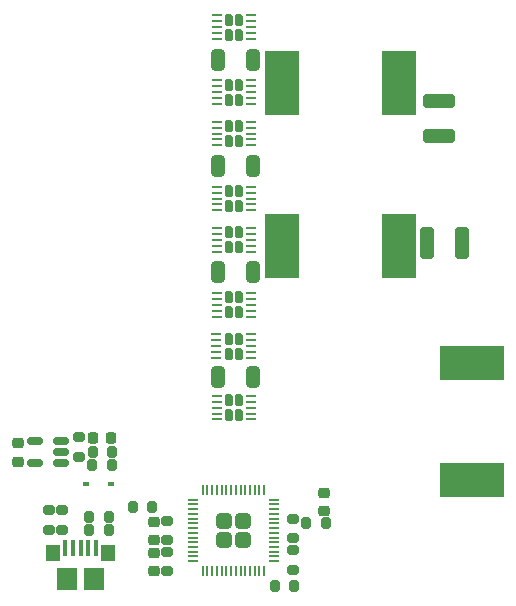
<source format=gtp>
G04 #@! TF.GenerationSoftware,KiCad,Pcbnew,(6.0.7)*
G04 #@! TF.CreationDate,2022-10-27T11:50:25+02:00*
G04 #@! TF.ProjectId,pumpCon,70756d70-436f-46e2-9e6b-696361645f70,rev?*
G04 #@! TF.SameCoordinates,Original*
G04 #@! TF.FileFunction,Paste,Top*
G04 #@! TF.FilePolarity,Positive*
%FSLAX46Y46*%
G04 Gerber Fmt 4.6, Leading zero omitted, Abs format (unit mm)*
G04 Created by KiCad (PCBNEW (6.0.7)) date 2022-10-27 11:50:25*
%MOMM*%
%LPD*%
G01*
G04 APERTURE LIST*
G04 Aperture macros list*
%AMRoundRect*
0 Rectangle with rounded corners*
0 $1 Rounding radius*
0 $2 $3 $4 $5 $6 $7 $8 $9 X,Y pos of 4 corners*
0 Add a 4 corners polygon primitive as box body*
4,1,4,$2,$3,$4,$5,$6,$7,$8,$9,$2,$3,0*
0 Add four circle primitives for the rounded corners*
1,1,$1+$1,$2,$3*
1,1,$1+$1,$4,$5*
1,1,$1+$1,$6,$7*
1,1,$1+$1,$8,$9*
0 Add four rect primitives between the rounded corners*
20,1,$1+$1,$2,$3,$4,$5,0*
20,1,$1+$1,$4,$5,$6,$7,0*
20,1,$1+$1,$6,$7,$8,$9,0*
20,1,$1+$1,$8,$9,$2,$3,0*%
G04 Aperture macros list end*
%ADD10R,0.400000X1.400000*%
%ADD11R,1.750000X1.900000*%
%ADD12R,1.150000X1.450000*%
%ADD13RoundRect,0.225000X-0.250000X0.225000X-0.250000X-0.225000X0.250000X-0.225000X0.250000X0.225000X0*%
%ADD14RoundRect,0.200000X-0.200000X-0.275000X0.200000X-0.275000X0.200000X0.275000X-0.200000X0.275000X0*%
%ADD15RoundRect,0.172500X0.172500X0.332500X-0.172500X0.332500X-0.172500X-0.332500X0.172500X-0.332500X0*%
%ADD16RoundRect,0.062500X0.350000X0.062500X-0.350000X0.062500X-0.350000X-0.062500X0.350000X-0.062500X0*%
%ADD17RoundRect,0.200000X-0.275000X0.200000X-0.275000X-0.200000X0.275000X-0.200000X0.275000X0.200000X0*%
%ADD18RoundRect,0.200000X0.275000X-0.200000X0.275000X0.200000X-0.275000X0.200000X-0.275000X-0.200000X0*%
%ADD19RoundRect,0.250000X0.325000X0.650000X-0.325000X0.650000X-0.325000X-0.650000X0.325000X-0.650000X0*%
%ADD20RoundRect,0.218750X-0.256250X0.218750X-0.256250X-0.218750X0.256250X-0.218750X0.256250X0.218750X0*%
%ADD21R,0.600000X0.450000*%
%ADD22RoundRect,0.250000X1.100000X-0.325000X1.100000X0.325000X-1.100000X0.325000X-1.100000X-0.325000X0*%
%ADD23RoundRect,0.225000X-0.225000X-0.250000X0.225000X-0.250000X0.225000X0.250000X-0.225000X0.250000X0*%
%ADD24R,2.900000X5.400000*%
%ADD25RoundRect,0.200000X0.200000X0.275000X-0.200000X0.275000X-0.200000X-0.275000X0.200000X-0.275000X0*%
%ADD26RoundRect,0.249999X0.395001X0.395001X-0.395001X0.395001X-0.395001X-0.395001X0.395001X-0.395001X0*%
%ADD27RoundRect,0.050000X0.387500X0.050000X-0.387500X0.050000X-0.387500X-0.050000X0.387500X-0.050000X0*%
%ADD28RoundRect,0.050000X0.050000X0.387500X-0.050000X0.387500X-0.050000X-0.387500X0.050000X-0.387500X0*%
%ADD29R,5.400000X2.900000*%
%ADD30RoundRect,0.150000X0.512500X0.150000X-0.512500X0.150000X-0.512500X-0.150000X0.512500X-0.150000X0*%
%ADD31RoundRect,0.250000X0.325000X1.100000X-0.325000X1.100000X-0.325000X-1.100000X0.325000X-1.100000X0*%
%ADD32RoundRect,0.225000X0.250000X-0.225000X0.250000X0.225000X-0.250000X0.225000X-0.250000X-0.225000X0*%
G04 APERTURE END LIST*
D10*
X67950000Y-107400000D03*
X68600000Y-107400000D03*
X69250000Y-107400000D03*
X69900000Y-107400000D03*
X70550000Y-107400000D03*
D11*
X70375000Y-110050000D03*
X68125000Y-110050000D03*
D12*
X71570000Y-107820000D03*
X66930000Y-107820000D03*
D13*
X75440000Y-107775000D03*
X75440000Y-109325000D03*
D14*
X69975000Y-104725000D03*
X71625000Y-104725000D03*
D15*
X82637500Y-90925000D03*
X81787500Y-90925000D03*
X81787500Y-89675000D03*
X82637500Y-89675000D03*
D16*
X83675000Y-91300000D03*
X83675000Y-90800000D03*
X83675000Y-90300000D03*
X83675000Y-89800000D03*
X83675000Y-89300000D03*
X80750000Y-89300000D03*
X80750000Y-89800000D03*
X80750000Y-90300000D03*
X80750000Y-90800000D03*
X80750000Y-91300000D03*
D15*
X82675000Y-80675000D03*
X81825000Y-81925000D03*
X81825000Y-80675000D03*
X82675000Y-81925000D03*
D16*
X83712500Y-82300000D03*
X83712500Y-81800000D03*
X83712500Y-81300000D03*
X83712500Y-80800000D03*
X83712500Y-80300000D03*
X80787500Y-80300000D03*
X80787500Y-80800000D03*
X80787500Y-81300000D03*
X80787500Y-81800000D03*
X80787500Y-82300000D03*
D14*
X88375000Y-105300000D03*
X90025000Y-105300000D03*
D15*
X82675000Y-72925000D03*
X81825000Y-71675000D03*
X82675000Y-71675000D03*
X81825000Y-72925000D03*
D16*
X83712500Y-73300000D03*
X83712500Y-72800000D03*
X83712500Y-72300000D03*
X83712500Y-71800000D03*
X83712500Y-71300000D03*
X80787500Y-71300000D03*
X80787500Y-71800000D03*
X80787500Y-72300000D03*
X80787500Y-72800000D03*
X80787500Y-73300000D03*
D15*
X82675000Y-96125000D03*
X81825000Y-94875000D03*
X81825000Y-96125000D03*
X82675000Y-94875000D03*
D16*
X83712500Y-96500000D03*
X83712500Y-96000000D03*
X83712500Y-95500000D03*
X83712500Y-95000000D03*
X83712500Y-94500000D03*
X80787500Y-94500000D03*
X80787500Y-95000000D03*
X80787500Y-95500000D03*
X80787500Y-96000000D03*
X80787500Y-96500000D03*
D15*
X81825000Y-86175000D03*
X82675000Y-87425000D03*
X81825000Y-87425000D03*
X82675000Y-86175000D03*
D16*
X83712500Y-87800000D03*
X83712500Y-87300000D03*
X83712500Y-86800000D03*
X83712500Y-86300000D03*
X83712500Y-85800000D03*
X80787500Y-85800000D03*
X80787500Y-86300000D03*
X80787500Y-86800000D03*
X80787500Y-87300000D03*
X80787500Y-87800000D03*
D17*
X87250000Y-104925000D03*
X87250000Y-106575000D03*
D18*
X76550000Y-106740000D03*
X76550000Y-105090000D03*
D19*
X83825000Y-66050000D03*
X80875000Y-66050000D03*
D20*
X89900000Y-102712500D03*
X89900000Y-104287500D03*
D21*
X71800000Y-101950000D03*
X69700000Y-101950000D03*
D19*
X83825000Y-92900000D03*
X80875000Y-92900000D03*
D14*
X70275000Y-99250000D03*
X71925000Y-99250000D03*
X69975000Y-105900000D03*
X71625000Y-105900000D03*
X70262500Y-100350000D03*
X71912500Y-100350000D03*
D22*
X99600000Y-72475000D03*
X99600000Y-69525000D03*
D19*
X83825000Y-75050000D03*
X80875000Y-75050000D03*
D23*
X70312500Y-98100000D03*
X71862500Y-98100000D03*
D13*
X63950000Y-98525000D03*
X63950000Y-100075000D03*
D24*
X86300000Y-68050000D03*
X96200000Y-68050000D03*
D15*
X81825000Y-62675000D03*
X82675000Y-63925000D03*
X82675000Y-62675000D03*
X81825000Y-63925000D03*
D16*
X83712500Y-64300000D03*
X83712500Y-63800000D03*
X83712500Y-63300000D03*
X83712500Y-62800000D03*
X83712500Y-62300000D03*
X80787500Y-62300000D03*
X80787500Y-62800000D03*
X80787500Y-63300000D03*
X80787500Y-63800000D03*
X80787500Y-64300000D03*
D17*
X76550000Y-107725000D03*
X76550000Y-109375000D03*
D25*
X75325000Y-103950000D03*
X73675000Y-103950000D03*
D26*
X83000000Y-106700000D03*
X81400000Y-105100000D03*
X81400000Y-106700000D03*
X83000000Y-105100000D03*
D27*
X85637500Y-108500000D03*
X85637500Y-108100000D03*
X85637500Y-107700000D03*
X85637500Y-107300000D03*
X85637500Y-106900000D03*
X85637500Y-106500000D03*
X85637500Y-106100000D03*
X85637500Y-105700000D03*
X85637500Y-105300000D03*
X85637500Y-104900000D03*
X85637500Y-104500000D03*
X85637500Y-104100000D03*
X85637500Y-103700000D03*
X85637500Y-103300000D03*
D28*
X84800000Y-102462500D03*
X84400000Y-102462500D03*
X84000000Y-102462500D03*
X83600000Y-102462500D03*
X83200000Y-102462500D03*
X82800000Y-102462500D03*
X82400000Y-102462500D03*
X82000000Y-102462500D03*
X81600000Y-102462500D03*
X81200000Y-102462500D03*
X80800000Y-102462500D03*
X80400000Y-102462500D03*
X80000000Y-102462500D03*
X79600000Y-102462500D03*
D27*
X78762500Y-103300000D03*
X78762500Y-103700000D03*
X78762500Y-104100000D03*
X78762500Y-104500000D03*
X78762500Y-104900000D03*
X78762500Y-105300000D03*
X78762500Y-105700000D03*
X78762500Y-106100000D03*
X78762500Y-106500000D03*
X78762500Y-106900000D03*
X78762500Y-107300000D03*
X78762500Y-107700000D03*
X78762500Y-108100000D03*
X78762500Y-108500000D03*
D28*
X79600000Y-109337500D03*
X80000000Y-109337500D03*
X80400000Y-109337500D03*
X80800000Y-109337500D03*
X81200000Y-109337500D03*
X81600000Y-109337500D03*
X82000000Y-109337500D03*
X82400000Y-109337500D03*
X82800000Y-109337500D03*
X83200000Y-109337500D03*
X83600000Y-109337500D03*
X84000000Y-109337500D03*
X84400000Y-109337500D03*
X84800000Y-109337500D03*
D17*
X69087500Y-98025000D03*
X69087500Y-99675000D03*
D19*
X83825000Y-84050000D03*
X80875000Y-84050000D03*
D29*
X102400000Y-91750000D03*
X102400000Y-101650000D03*
D15*
X82675000Y-77175000D03*
X82675000Y-78425000D03*
X81825000Y-78425000D03*
X81825000Y-77175000D03*
D16*
X83712500Y-78800000D03*
X83712500Y-78300000D03*
X83712500Y-77800000D03*
X83712500Y-77300000D03*
X83712500Y-76800000D03*
X80787500Y-76800000D03*
X80787500Y-77300000D03*
X80787500Y-77800000D03*
X80787500Y-78300000D03*
X80787500Y-78800000D03*
D30*
X67637500Y-100200000D03*
X67637500Y-99250000D03*
X67637500Y-98300000D03*
X65362500Y-98300000D03*
X65362500Y-100200000D03*
D31*
X101525000Y-81600000D03*
X98575000Y-81600000D03*
D15*
X81825000Y-69425000D03*
X82675000Y-68175000D03*
X81825000Y-68175000D03*
X82675000Y-69425000D03*
D16*
X83712500Y-69800000D03*
X83712500Y-69300000D03*
X83712500Y-68800000D03*
X83712500Y-68300000D03*
X83712500Y-67800000D03*
X80787500Y-67800000D03*
X80787500Y-68300000D03*
X80787500Y-68800000D03*
X80787500Y-69300000D03*
X80787500Y-69800000D03*
D14*
X85675000Y-110600000D03*
X87325000Y-110600000D03*
D18*
X87250000Y-109225000D03*
X87250000Y-107575000D03*
D32*
X75450000Y-106725000D03*
X75450000Y-105175000D03*
D17*
X67700000Y-104175000D03*
X67700000Y-105825000D03*
D24*
X86300000Y-81800000D03*
X96200000Y-81800000D03*
D17*
X66550000Y-104175000D03*
X66550000Y-105825000D03*
M02*

</source>
